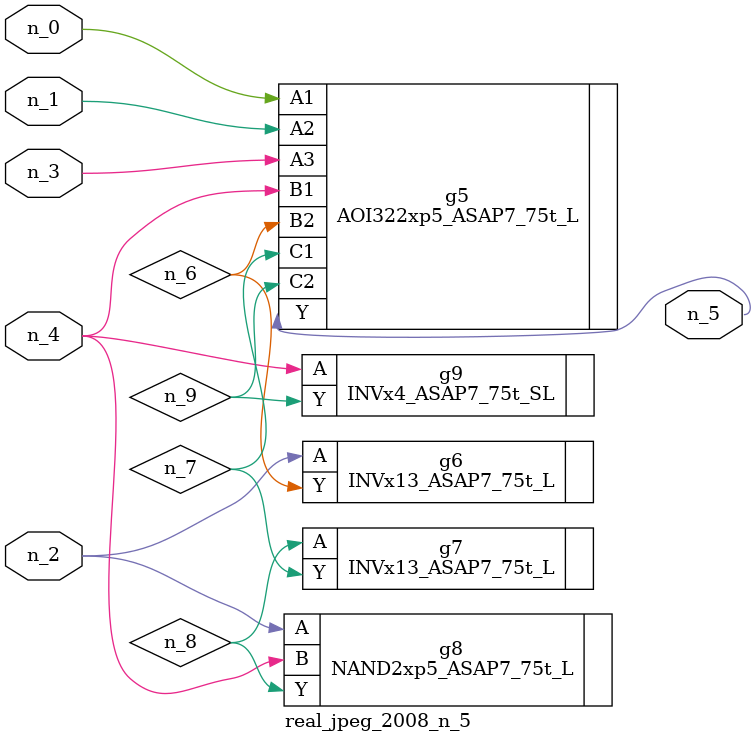
<source format=v>
module real_jpeg_2008_n_5 (n_4, n_0, n_1, n_2, n_3, n_5);

input n_4;
input n_0;
input n_1;
input n_2;
input n_3;

output n_5;

wire n_8;
wire n_6;
wire n_7;
wire n_9;

AOI322xp5_ASAP7_75t_L g5 ( 
.A1(n_0),
.A2(n_1),
.A3(n_3),
.B1(n_4),
.B2(n_6),
.C1(n_7),
.C2(n_9),
.Y(n_5)
);

INVx13_ASAP7_75t_L g6 ( 
.A(n_2),
.Y(n_6)
);

NAND2xp5_ASAP7_75t_L g8 ( 
.A(n_2),
.B(n_4),
.Y(n_8)
);

INVx4_ASAP7_75t_SL g9 ( 
.A(n_4),
.Y(n_9)
);

INVx13_ASAP7_75t_L g7 ( 
.A(n_8),
.Y(n_7)
);


endmodule
</source>
